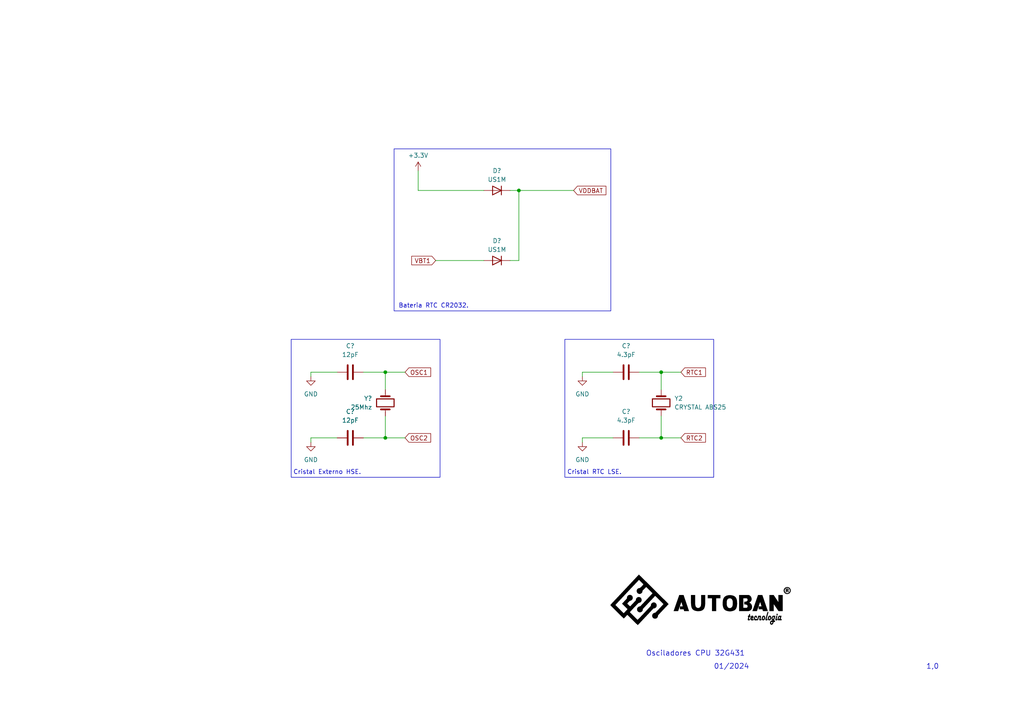
<source format=kicad_sch>
(kicad_sch
	(version 20231120)
	(generator "eeschema")
	(generator_version "8.0")
	(uuid "72b389e7-98e7-4fdb-995e-af4c6ce73fc8")
	(paper "A4")
	(lib_symbols
		(symbol "Autoban:CRYSTAL ABS25"
			(pin_numbers hide)
			(pin_names
				(offset 1.016) hide)
			(exclude_from_sim no)
			(in_bom yes)
			(on_board yes)
			(property "Reference" "Y"
				(at 0 3.81 0)
				(effects
					(font
						(size 1.27 1.27)
					)
				)
			)
			(property "Value" "CRYSTAL ABS25"
				(at 0 -3.81 0)
				(effects
					(font
						(size 1.27 1.27)
					)
				)
			)
			(property "Footprint" "Autoban:Crystal_SMD_Abracon_ABS25 Vertical"
				(at 0 0 0)
				(effects
					(font
						(size 1.27 1.27)
					)
					(hide yes)
				)
			)
			(property "Datasheet" "~"
				(at 0 0 0)
				(effects
					(font
						(size 1.27 1.27)
					)
					(hide yes)
				)
			)
			(property "Description" "Two pin crystal"
				(at 0 0 0)
				(effects
					(font
						(size 1.27 1.27)
					)
					(hide yes)
				)
			)
			(property "ki_keywords" "quartz ceramic resonator oscillator"
				(at 0 0 0)
				(effects
					(font
						(size 1.27 1.27)
					)
					(hide yes)
				)
			)
			(property "ki_fp_filters" "Crystal*"
				(at 0 0 0)
				(effects
					(font
						(size 1.27 1.27)
					)
					(hide yes)
				)
			)
			(symbol "CRYSTAL ABS25_0_1"
				(rectangle
					(start -1.143 2.54)
					(end 1.143 -2.54)
					(stroke
						(width 0.3048)
						(type default)
					)
					(fill
						(type none)
					)
				)
				(polyline
					(pts
						(xy -2.54 0) (xy -1.905 0)
					)
					(stroke
						(width 0)
						(type default)
					)
					(fill
						(type none)
					)
				)
				(polyline
					(pts
						(xy -1.905 -1.27) (xy -1.905 1.27)
					)
					(stroke
						(width 0.508)
						(type default)
					)
					(fill
						(type none)
					)
				)
				(polyline
					(pts
						(xy 1.905 -1.27) (xy 1.905 1.27)
					)
					(stroke
						(width 0.508)
						(type default)
					)
					(fill
						(type none)
					)
				)
				(polyline
					(pts
						(xy 2.54 0) (xy 1.905 0)
					)
					(stroke
						(width 0)
						(type default)
					)
					(fill
						(type none)
					)
				)
			)
			(symbol "CRYSTAL ABS25_1_1"
				(pin passive line
					(at -3.81 0 0)
					(length 1.27)
					(name "1"
						(effects
							(font
								(size 1.27 1.27)
							)
						)
					)
					(number "1"
						(effects
							(font
								(size 1.27 1.27)
							)
						)
					)
				)
				(pin passive line
					(at 3.81 0 180)
					(length 1.27)
					(name "2"
						(effects
							(font
								(size 1.27 1.27)
							)
						)
					)
					(number "2"
						(effects
							(font
								(size 1.27 1.27)
							)
						)
					)
				)
			)
		)
		(symbol "Device:Crystal"
			(pin_numbers hide)
			(pin_names
				(offset 1.016) hide)
			(exclude_from_sim no)
			(in_bom yes)
			(on_board yes)
			(property "Reference" "Y"
				(at 0 3.81 0)
				(effects
					(font
						(size 1.27 1.27)
					)
				)
			)
			(property "Value" "Crystal"
				(at 0 -3.81 0)
				(effects
					(font
						(size 1.27 1.27)
					)
				)
			)
			(property "Footprint" ""
				(at 0 0 0)
				(effects
					(font
						(size 1.27 1.27)
					)
					(hide yes)
				)
			)
			(property "Datasheet" "~"
				(at 0 0 0)
				(effects
					(font
						(size 1.27 1.27)
					)
					(hide yes)
				)
			)
			(property "Description" "Two pin crystal"
				(at 0 0 0)
				(effects
					(font
						(size 1.27 1.27)
					)
					(hide yes)
				)
			)
			(property "ki_keywords" "quartz ceramic resonator oscillator"
				(at 0 0 0)
				(effects
					(font
						(size 1.27 1.27)
					)
					(hide yes)
				)
			)
			(property "ki_fp_filters" "Crystal*"
				(at 0 0 0)
				(effects
					(font
						(size 1.27 1.27)
					)
					(hide yes)
				)
			)
			(symbol "Crystal_0_1"
				(rectangle
					(start -1.143 2.54)
					(end 1.143 -2.54)
					(stroke
						(width 0.3048)
						(type default)
					)
					(fill
						(type none)
					)
				)
				(polyline
					(pts
						(xy -2.54 0) (xy -1.905 0)
					)
					(stroke
						(width 0)
						(type default)
					)
					(fill
						(type none)
					)
				)
				(polyline
					(pts
						(xy -1.905 -1.27) (xy -1.905 1.27)
					)
					(stroke
						(width 0.508)
						(type default)
					)
					(fill
						(type none)
					)
				)
				(polyline
					(pts
						(xy 1.905 -1.27) (xy 1.905 1.27)
					)
					(stroke
						(width 0.508)
						(type default)
					)
					(fill
						(type none)
					)
				)
				(polyline
					(pts
						(xy 2.54 0) (xy 1.905 0)
					)
					(stroke
						(width 0)
						(type default)
					)
					(fill
						(type none)
					)
				)
			)
			(symbol "Crystal_1_1"
				(pin passive line
					(at -3.81 0 0)
					(length 1.27)
					(name "1"
						(effects
							(font
								(size 1.27 1.27)
							)
						)
					)
					(number "1"
						(effects
							(font
								(size 1.27 1.27)
							)
						)
					)
				)
				(pin passive line
					(at 3.81 0 180)
					(length 1.27)
					(name "2"
						(effects
							(font
								(size 1.27 1.27)
							)
						)
					)
					(number "2"
						(effects
							(font
								(size 1.27 1.27)
							)
						)
					)
				)
			)
		)
		(symbol "Diode:US1M"
			(pin_numbers hide)
			(pin_names hide)
			(exclude_from_sim no)
			(in_bom yes)
			(on_board yes)
			(property "Reference" "D"
				(at 0 2.54 0)
				(effects
					(font
						(size 1.27 1.27)
					)
				)
			)
			(property "Value" "US1M"
				(at 0 -2.54 0)
				(effects
					(font
						(size 1.27 1.27)
					)
				)
			)
			(property "Footprint" "Diode_SMD:D_SMA"
				(at 0 -4.445 0)
				(effects
					(font
						(size 1.27 1.27)
					)
					(hide yes)
				)
			)
			(property "Datasheet" "https://www.diodes.com/assets/Datasheets/ds16008.pdf"
				(at 0 0 0)
				(effects
					(font
						(size 1.27 1.27)
					)
					(hide yes)
				)
			)
			(property "Description" "1000V, 1A, General Purpose Rectifier Diode, SMA(DO-214AC)"
				(at 0 0 0)
				(effects
					(font
						(size 1.27 1.27)
					)
					(hide yes)
				)
			)
			(property "Sim.Device" "D"
				(at 0 0 0)
				(effects
					(font
						(size 1.27 1.27)
					)
					(hide yes)
				)
			)
			(property "Sim.Pins" "1=K 2=A"
				(at 0 0 0)
				(effects
					(font
						(size 1.27 1.27)
					)
					(hide yes)
				)
			)
			(property "ki_keywords" "Ultra Fast"
				(at 0 0 0)
				(effects
					(font
						(size 1.27 1.27)
					)
					(hide yes)
				)
			)
			(property "ki_fp_filters" "D*SMA*"
				(at 0 0 0)
				(effects
					(font
						(size 1.27 1.27)
					)
					(hide yes)
				)
			)
			(symbol "US1M_0_1"
				(polyline
					(pts
						(xy -1.27 1.27) (xy -1.27 -1.27)
					)
					(stroke
						(width 0.254)
						(type default)
					)
					(fill
						(type none)
					)
				)
				(polyline
					(pts
						(xy 1.27 0) (xy -1.27 0)
					)
					(stroke
						(width 0)
						(type default)
					)
					(fill
						(type none)
					)
				)
				(polyline
					(pts
						(xy 1.27 1.27) (xy 1.27 -1.27) (xy -1.27 0) (xy 1.27 1.27)
					)
					(stroke
						(width 0.254)
						(type default)
					)
					(fill
						(type none)
					)
				)
			)
			(symbol "US1M_1_1"
				(pin passive line
					(at -3.81 0 0)
					(length 2.54)
					(name "K"
						(effects
							(font
								(size 1.27 1.27)
							)
						)
					)
					(number "1"
						(effects
							(font
								(size 1.27 1.27)
							)
						)
					)
				)
				(pin passive line
					(at 3.81 0 180)
					(length 2.54)
					(name "A"
						(effects
							(font
								(size 1.27 1.27)
							)
						)
					)
					(number "2"
						(effects
							(font
								(size 1.27 1.27)
							)
						)
					)
				)
			)
		)
		(symbol "PCM_Capacitor_AKL:C_0805"
			(pin_numbers hide)
			(pin_names
				(offset 0.254)
			)
			(exclude_from_sim no)
			(in_bom yes)
			(on_board yes)
			(property "Reference" "C"
				(at 0.635 2.54 0)
				(effects
					(font
						(size 1.27 1.27)
					)
					(justify left)
				)
			)
			(property "Value" "C_0805"
				(at 0.635 -2.54 0)
				(effects
					(font
						(size 1.27 1.27)
					)
					(justify left)
				)
			)
			(property "Footprint" "Capacitor_SMD_AKL:C_0805_2012Metric"
				(at 0.9652 -3.81 0)
				(effects
					(font
						(size 1.27 1.27)
					)
					(hide yes)
				)
			)
			(property "Datasheet" "~"
				(at 0 0 0)
				(effects
					(font
						(size 1.27 1.27)
					)
					(hide yes)
				)
			)
			(property "Description" "SMD 0805 MLCC capacitor, Alternate KiCad Library"
				(at 0 0 0)
				(effects
					(font
						(size 1.27 1.27)
					)
					(hide yes)
				)
			)
			(property "ki_keywords" "cap capacitor ceramic chip mlcc smd 0805"
				(at 0 0 0)
				(effects
					(font
						(size 1.27 1.27)
					)
					(hide yes)
				)
			)
			(property "ki_fp_filters" "C_*"
				(at 0 0 0)
				(effects
					(font
						(size 1.27 1.27)
					)
					(hide yes)
				)
			)
			(symbol "C_0805_0_1"
				(polyline
					(pts
						(xy -2.032 -0.762) (xy 2.032 -0.762)
					)
					(stroke
						(width 0.508)
						(type default)
					)
					(fill
						(type none)
					)
				)
				(polyline
					(pts
						(xy -2.032 0.762) (xy 2.032 0.762)
					)
					(stroke
						(width 0.508)
						(type default)
					)
					(fill
						(type none)
					)
				)
			)
			(symbol "C_0805_1_1"
				(pin passive line
					(at 0 3.81 270)
					(length 2.794)
					(name "~"
						(effects
							(font
								(size 1.27 1.27)
							)
						)
					)
					(number "1"
						(effects
							(font
								(size 1.27 1.27)
							)
						)
					)
				)
				(pin passive line
					(at 0 -3.81 90)
					(length 2.794)
					(name "~"
						(effects
							(font
								(size 1.27 1.27)
							)
						)
					)
					(number "2"
						(effects
							(font
								(size 1.27 1.27)
							)
						)
					)
				)
			)
		)
		(symbol "power:+3.3V"
			(power)
			(pin_names
				(offset 0)
			)
			(exclude_from_sim no)
			(in_bom yes)
			(on_board yes)
			(property "Reference" "#PWR"
				(at 0 -3.81 0)
				(effects
					(font
						(size 1.27 1.27)
					)
					(hide yes)
				)
			)
			(property "Value" "+3.3V"
				(at 0 3.556 0)
				(effects
					(font
						(size 1.27 1.27)
					)
				)
			)
			(property "Footprint" ""
				(at 0 0 0)
				(effects
					(font
						(size 1.27 1.27)
					)
					(hide yes)
				)
			)
			(property "Datasheet" ""
				(at 0 0 0)
				(effects
					(font
						(size 1.27 1.27)
					)
					(hide yes)
				)
			)
			(property "Description" "Power symbol creates a global label with name \"+3.3V\""
				(at 0 0 0)
				(effects
					(font
						(size 1.27 1.27)
					)
					(hide yes)
				)
			)
			(property "ki_keywords" "global power"
				(at 0 0 0)
				(effects
					(font
						(size 1.27 1.27)
					)
					(hide yes)
				)
			)
			(symbol "+3.3V_0_1"
				(polyline
					(pts
						(xy -0.762 1.27) (xy 0 2.54)
					)
					(stroke
						(width 0)
						(type default)
					)
					(fill
						(type none)
					)
				)
				(polyline
					(pts
						(xy 0 0) (xy 0 2.54)
					)
					(stroke
						(width 0)
						(type default)
					)
					(fill
						(type none)
					)
				)
				(polyline
					(pts
						(xy 0 2.54) (xy 0.762 1.27)
					)
					(stroke
						(width 0)
						(type default)
					)
					(fill
						(type none)
					)
				)
			)
			(symbol "+3.3V_1_1"
				(pin power_in line
					(at 0 0 90)
					(length 0) hide
					(name "+3.3V"
						(effects
							(font
								(size 1.27 1.27)
							)
						)
					)
					(number "1"
						(effects
							(font
								(size 1.27 1.27)
							)
						)
					)
				)
			)
		)
		(symbol "power:GND"
			(power)
			(pin_names
				(offset 0)
			)
			(exclude_from_sim no)
			(in_bom yes)
			(on_board yes)
			(property "Reference" "#PWR"
				(at 0 -6.35 0)
				(effects
					(font
						(size 1.27 1.27)
					)
					(hide yes)
				)
			)
			(property "Value" "GND"
				(at 0 -3.81 0)
				(effects
					(font
						(size 1.27 1.27)
					)
				)
			)
			(property "Footprint" ""
				(at 0 0 0)
				(effects
					(font
						(size 1.27 1.27)
					)
					(hide yes)
				)
			)
			(property "Datasheet" ""
				(at 0 0 0)
				(effects
					(font
						(size 1.27 1.27)
					)
					(hide yes)
				)
			)
			(property "Description" "Power symbol creates a global label with name \"GND\" , ground"
				(at 0 0 0)
				(effects
					(font
						(size 1.27 1.27)
					)
					(hide yes)
				)
			)
			(property "ki_keywords" "global power"
				(at 0 0 0)
				(effects
					(font
						(size 1.27 1.27)
					)
					(hide yes)
				)
			)
			(symbol "GND_0_1"
				(polyline
					(pts
						(xy 0 0) (xy 0 -1.27) (xy 1.27 -1.27) (xy 0 -2.54) (xy -1.27 -1.27) (xy 0 -1.27)
					)
					(stroke
						(width 0)
						(type default)
					)
					(fill
						(type none)
					)
				)
			)
			(symbol "GND_1_1"
				(pin power_in line
					(at 0 0 270)
					(length 0) hide
					(name "GND"
						(effects
							(font
								(size 1.27 1.27)
							)
						)
					)
					(number "1"
						(effects
							(font
								(size 1.27 1.27)
							)
						)
					)
				)
			)
		)
	)
	(junction
		(at 111.76 127)
		(diameter 0)
		(color 0 0 0 0)
		(uuid "4f55d051-d23b-475d-aeb1-c3c6c92410db")
	)
	(junction
		(at 150.495 55.245)
		(diameter 0)
		(color 0 0 0 0)
		(uuid "66fab94d-43c7-4d91-b550-6b469cb79c4b")
	)
	(junction
		(at 191.77 107.95)
		(diameter 0)
		(color 0 0 0 0)
		(uuid "76e1f57f-4f9b-4d38-878e-bf397d4c6bb8")
	)
	(junction
		(at 191.77 127)
		(diameter 0)
		(color 0 0 0 0)
		(uuid "bffc2847-5b29-4085-bea3-8886930fb05a")
	)
	(junction
		(at 111.76 107.95)
		(diameter 0)
		(color 0 0 0 0)
		(uuid "c81643bb-df66-4705-8ae7-33c6b2c5ea1b")
	)
	(wire
		(pts
			(xy 111.76 127) (xy 105.41 127)
		)
		(stroke
			(width 0)
			(type default)
		)
		(uuid "004e6aea-9929-4c15-9fc9-8bd623a4d045")
	)
	(wire
		(pts
			(xy 197.485 127) (xy 191.77 127)
		)
		(stroke
			(width 0)
			(type default)
		)
		(uuid "053a0ddb-4319-4175-8d13-6886d8d2896f")
	)
	(wire
		(pts
			(xy 168.91 107.95) (xy 168.91 109.22)
		)
		(stroke
			(width 0)
			(type default)
		)
		(uuid "0aee8ae4-9b3d-4f15-95f0-b814dc2169f2")
	)
	(wire
		(pts
			(xy 111.76 107.95) (xy 105.41 107.95)
		)
		(stroke
			(width 0)
			(type default)
		)
		(uuid "1bf52c62-adb6-4f60-8fec-7c47be8cb49a")
	)
	(wire
		(pts
			(xy 147.955 75.565) (xy 150.495 75.565)
		)
		(stroke
			(width 0)
			(type default)
		)
		(uuid "1e5f6210-797d-4222-a677-56a6fccdad93")
	)
	(wire
		(pts
			(xy 191.77 113.03) (xy 191.77 107.95)
		)
		(stroke
			(width 0)
			(type default)
		)
		(uuid "21d04ed6-d55a-43c3-9db0-6bd8c888d892")
	)
	(wire
		(pts
			(xy 191.77 127) (xy 185.42 127)
		)
		(stroke
			(width 0)
			(type default)
		)
		(uuid "3b5afc84-6e75-4a5b-8d8e-92184ec21ae5")
	)
	(wire
		(pts
			(xy 117.475 107.95) (xy 111.76 107.95)
		)
		(stroke
			(width 0)
			(type default)
		)
		(uuid "418f7a48-e6bb-4b63-91b9-75740948be2d")
	)
	(wire
		(pts
			(xy 121.285 55.245) (xy 140.335 55.245)
		)
		(stroke
			(width 0)
			(type default)
		)
		(uuid "44f7eb17-326e-4b87-97f4-45f50978aa00")
	)
	(wire
		(pts
			(xy 191.77 107.95) (xy 185.42 107.95)
		)
		(stroke
			(width 0)
			(type default)
		)
		(uuid "4a30b60a-dbab-4e4a-9280-80b3dba6af6c")
	)
	(wire
		(pts
			(xy 97.79 127) (xy 90.17 127)
		)
		(stroke
			(width 0)
			(type default)
		)
		(uuid "504dc2f3-e5ff-4e83-bacd-774295b59279")
	)
	(wire
		(pts
			(xy 197.485 107.95) (xy 191.77 107.95)
		)
		(stroke
			(width 0)
			(type default)
		)
		(uuid "53544086-6db1-4661-8632-48795ce297b3")
	)
	(wire
		(pts
			(xy 111.76 120.65) (xy 111.76 127)
		)
		(stroke
			(width 0)
			(type default)
		)
		(uuid "75923918-98f3-4fc6-9964-f16c24740391")
	)
	(wire
		(pts
			(xy 90.17 107.95) (xy 90.17 109.22)
		)
		(stroke
			(width 0)
			(type default)
		)
		(uuid "87af8f55-3a2a-4a11-8d99-45909a67864c")
	)
	(wire
		(pts
			(xy 191.77 120.65) (xy 191.77 127)
		)
		(stroke
			(width 0)
			(type default)
		)
		(uuid "9bdf58cf-febe-4f4f-81fd-c4af3472c0b5")
	)
	(wire
		(pts
			(xy 150.495 75.565) (xy 150.495 55.245)
		)
		(stroke
			(width 0)
			(type default)
		)
		(uuid "bb0ebe45-bdbb-4d38-8731-5ebf93336764")
	)
	(wire
		(pts
			(xy 177.8 127) (xy 168.91 127)
		)
		(stroke
			(width 0)
			(type default)
		)
		(uuid "bcef580f-df8e-4322-b18c-c0779b71d7b9")
	)
	(wire
		(pts
			(xy 97.79 107.95) (xy 90.17 107.95)
		)
		(stroke
			(width 0)
			(type default)
		)
		(uuid "c1b19293-1b8d-4003-b5ce-cea602361b0a")
	)
	(wire
		(pts
			(xy 111.76 113.03) (xy 111.76 107.95)
		)
		(stroke
			(width 0)
			(type default)
		)
		(uuid "c4feb6f9-b33d-427e-825a-aad428f6c945")
	)
	(wire
		(pts
			(xy 121.285 49.53) (xy 121.285 55.245)
		)
		(stroke
			(width 0)
			(type default)
		)
		(uuid "cc661705-0ca7-4c2a-98c9-092e97296ad5")
	)
	(wire
		(pts
			(xy 168.91 127) (xy 168.91 128.27)
		)
		(stroke
			(width 0)
			(type default)
		)
		(uuid "d3e539e6-9eb2-4c98-a6bc-6ede6ea0b4f6")
	)
	(wire
		(pts
			(xy 150.495 55.245) (xy 166.37 55.245)
		)
		(stroke
			(width 0)
			(type default)
		)
		(uuid "d4bd91a9-7c45-4eca-929e-163136d8d011")
	)
	(wire
		(pts
			(xy 117.475 127) (xy 111.76 127)
		)
		(stroke
			(width 0)
			(type default)
		)
		(uuid "d55c1105-5952-48da-bfa7-eaef560b2e73")
	)
	(wire
		(pts
			(xy 147.955 55.245) (xy 150.495 55.245)
		)
		(stroke
			(width 0)
			(type default)
		)
		(uuid "d86696a0-7706-4e67-8d1e-38776bc1f71e")
	)
	(wire
		(pts
			(xy 126.365 75.565) (xy 140.335 75.565)
		)
		(stroke
			(width 0)
			(type default)
		)
		(uuid "ea2e532d-a70f-4684-b79c-d1d9d8d2442a")
	)
	(wire
		(pts
			(xy 90.17 127) (xy 90.17 128.27)
		)
		(stroke
			(width 0)
			(type default)
		)
		(uuid "fd568f47-8cd3-4308-8d04-c3ce10cb8b14")
	)
	(wire
		(pts
			(xy 177.8 107.95) (xy 168.91 107.95)
		)
		(stroke
			(width 0)
			(type default)
		)
		(uuid "fec62a5f-9963-479c-86e4-7d41aeb6edf4")
	)
	(rectangle
		(start 84.455 98.425)
		(end 127.635 138.43)
		(stroke
			(width 0)
			(type default)
		)
		(fill
			(type none)
		)
		(uuid 059afa9d-e5ec-4a06-9063-15183dcc0646)
	)
	(rectangle
		(start 114.3 43.18)
		(end 177.165 90.17)
		(stroke
			(width 0)
			(type default)
		)
		(fill
			(type none)
		)
		(uuid 929938e4-cfbb-498a-9e10-7ccfdfcdad25)
	)
	(rectangle
		(start 163.83 98.425)
		(end 207.01 138.43)
		(stroke
			(width 0)
			(type default)
		)
		(fill
			(type none)
		)
		(uuid a293beee-0c94-4206-8cb0-d06a340a276f)
	)
	(image
		(at 203.2 173.99)
		(scale 0.142004)
		(uuid "ae042d9c-a901-4f32-a3c6-e7957866cd5c")
		(data "iVBORw0KGgoAAAANSUhEUgAABWAAAAGGCAMAAADCe9hjAAAAA3NCSVQICAjb4U/gAAAABlBMVEX/"
			"//8AAABVwtN+AAAACXBIWXMAAA50AAAOdAFrJLPWAAAgAElEQVR4nO2d25bkRq5DXf//07PaM2NX"
			"6hIBkmBISu39Vp0KAGQq4Ha755y//gIAAAAAAAAAAAAASPDz83N1BACA7+SHhgUAaOHnh4YFAOjg"
			"54eGBQDo4OeHhgUA6ODnh4YFAOjg54eGBQDo4OeHhgUA6GDbrzQsAICHfb/SsAAADo76lYYFAKhz"
			"3K80LABAlbN+pWEBAGqc9ysNCwBQYlSwNCwAQJ5hv9KwAABpJv1KwwIAJJn2Kw0LAJBC6FcaFgAg"
			"gdSvNCwAQBixX2lYAIAgcr/SsAAAIQL9SsMCAAQI9SsNCwAgE+xXGhYAQCTcrzQsAIBEol9pWAAA"
			"gVS/0rAAAHOSBUvDAgBMyPYrDQsAMCbfrzQsAMCISr/SsAAA59T6lYYFADij2q80LADAMfV+pWEB"
			"AI5w9CsNCwCwx9OvNCwAwBZXv9KwAACf+PqVhgUA+I2zX2lYAIB/UYuThgUAiKHXJg0LABAhUpo0"
			"LACATqwyaVgAAJVoYdKwAAAi4bqkYQEAJBJlScMCAAikqpKGBQCYkixKGhYAYEK6JmlYAIAhhZZU"
			"G5aKBYBXUqpIChYA4JRiQ6oNS8UCwOso1yMNCwBwiKEcaVgAgAMs1UjDAgDsMBUjDQsAsMFWizQs"
			"AMAHxlKkYQEAfmGtRBoWAOAfzIVIwwIA/A97HdKwAAD/xV+GNCwAwB86qpCGBQDo6VcaFgCgq19p"
			"WACAvhKkYQHg3XRWIA0LAG+mtwBpWAB4L931R8MCwFvpbz8aFgDeyYruo2EB4I2saT4aFgDex6re"
			"o2EB4G3crl9pWAD4Em7YrzQsAHwFt+xXGhYAvoCb9isNCwDPZ1XbhQuWhgWAh3PffqVhAeDZ3Llf"
			"aVgAeDL37lcaFgCey937lYYFgKeyrOPyBUvDAsAjeUK/0rAA8ESe0a80LAA8j6f0Kw0LAE/jOf1K"
			"wwLAs3hSv9KwAPAkntWvNCwAPIen9SsNCwBPYVmp2fqVhgWAZ/DEfqVhAeAJPLNfaVgAeACL6kzv"
			"TRoWAEY8qAZu16/8/5oFgFOe1QSLqizWmbGnAeAlPK0KFhVZtDGjzwPAC3haFyyqsXhfxk8AwHfz"
			"uDJYVGKZtsycAYCv5XllsKjCcl2ZOwUAX8nzymBJgak9uTfKngOAr+Ps0t+3DJrrS+3Hc6P8SQD4"
			"KkYX/p5l0FpeajeOjSpnAeBr0JtidbIzWqtLbcaZUe00AHwFkaZYm+yMzuJSa1Ewqp4HgOcjXPR7"
			"lUFnbcmtqhjVFQDg2Xxc87Obf6cu6CwttRJFI4cGADyXj1t+fvXv0wWdlaUWomzkUQGAh/Jxx8/v"
			"/m2qoLOx1DoM+Lh0AOCBfN7wwd2/SRV09pVahiEfnxIAPI3P+z26+vdogsa2Uqsw6OPUAoBH8Xm9"
			"R1f/Fk3Q2VVqE0Z9vGoA8Bg2t/vjp5PPriyCzqZSezDu49YDgGewudufPw4/vILWnlJrMOHjVwSA"
			"B7C52p8/Dj+8gNaWUksw5dOhCQA3Z3uzP388+fCqGujtKLUDcz49qgBwZ7b3+vPn8aeraW4otQKT"
			"Pl26AHBbttf64+fdnb+0BJr7SS3AtE+fMgDck+2tHl/5Kzugu53U/sv7dGoDwA3ZXurxhb+wAtq7"
			"Sa2/gk+vOgDcje2dHt/26xqgv5nU9qsYNcsDwL3YXunxXb+sABb0klp+JaN2AwC4EdsbPb7rV93/"
			"Fa2kdl/Nqd8BAG7D9kKPL/tF139JJ6nVV7RaYAEAN2F7n3/9fHDXr7n9axpJbb6q1woPALgF2/v8"
			"+8fdXb/m8i8qJLX4ylZrXADgBmyu88eP26t+zdVfVEdq79W9FtkAwOVsbvPHj9urfsnNX1VGau0Z"
			"zFb5AMDFbG7zx0/bm37FxV9XRWrtLfzdsmEqALiQzWXWf1ocr7+I1NZb+dvluhMAXMmoRD8v+gW3"
			"fmUNqaVn8VtoBQDXMSrRj88uuPRrS2hp6S01A4CrOGzRzWfbxxYnW1NBaztvrRsAXIN4ldff+OUF"
			"tNaQhgV4A9JVfkG/fvfvmAHgEpSr/IZ+1TwX29GwAA9nepcvuOzXVM9iRxoW4AVM7vJr+nVuu9qP"
			"hgV4PqPLfMVFv6x2VjvSsAAv4Ow6X3PNLyyd1Y40LMALuNMlv7Zy1jpqsy5cPgA0cJ8rfnXjrDQU"
			"Z125fgBo4Db3+/q+WeYX6FcaFuDZ3ONy36JtFtmFCpaGBXg2N7jad+maFW6xfqVhAZ7O1df6Zk2z"
			"/E8ibjI3AHRx4Y1+U8/E+/VbJgeAK3hTy2T69VtmB4D1vKljcv36LdMDwGre1DDZfv2W+QFgLW/q"
			"l3y/fssGAGAlb2qXSr9+yw4AYB2ubnlCDdX69dajAcANsTTLQ4qo2q/3HKwttVU2riV+JWmSW+nh"
			"ZmP1uDhU18zvQ/rO1P+3jDee8w/arI/6+v7QFtoqG9cSv5E0ya2ch3PrXTOZFucy1QXDO5G+r3Hm"
			"Zwz6l+sdvnqKPW2ZrbJxLfELSZPcSs//caabzKan6ZE1aGSCtSEschb5KaPaXuGr59jSl9mqGteS"
			"vo0CDRvJS99guFiaq2SbJ/ciDDyL/G2zFtdxAX2RrapxLenLKOBeR0n++vGCaa6SbZ3bjDDvLPHX"
			"DVtdyHr6EltV41rSd1HAuouqgXu4oH0iTJNuWSORqwtpj5V+vdG02qwiVw/zm8bEVtG4ljZZHuMm"
			"6h7GueLmqTAX6fZNbUcat9avtxlXnFV77DZT/aExsFU0rqVNlse2B4eLaaaUdy5Ll3BVIzNxC/U1"
			"Ova1Bn1W7cl7TPU3jXmtonEtbbI8pi14fAzzZK2zWbqEixq5mf0YhjWsaw2BWbVH7zHWHzrzWjXj"
			"WupoWTxLMDk5bHLO6SzXCPeM7GfFqHcZOJbzMWP9jZiWgs3FX2ZlMko4p6O0Kdc0EhM34FihY10r"
			"CMYUx7p+rr/pTGvVjGupo2UxbMBn5nMKGheitCmXNOIDN+BYoLqtqycOh3zIXH8jfwkdv5VxipVm"
			"y1FfgNHNaRXxrUS5RLlhYD+W/Tm2tYBMxkcM9jfyl0DBhuMvtTObyb6VJFHl1xSsZX3ysq6dOBfx"
			"CZNFguayWiXjWvpsOYrTe/3sbqJvKUlQ2fK22kP58SxPX1b4f9GSHy2b0nZuMYEvoeHfFZ1ixeEy"
			"1IY3GzbYKba1JEFli7Q9lB3T7hzLGinWhoyFtJ5cSeBLoGBD8Vc7tvjNbWtBQsIx7bxGNJQb1+oc"
			"yxrLVSettaRxtj7EkMmkVsW4VmS4DKXZ3ZY9fjPXapCQsud1dWdy41qcY1dTtSWznrnYhutDjJhN"
			"ahWMa8Wmi1MZ3e7ZZTg0LQcJKXu03ZnM2PZmWJUi1j9r+Z2vRCwiJswGtQrGtWLTxSlM7vdscxy6"
			"VnMEhMPiWY1gJi++tRlWJWl1z2q4ZvmIRcR86ZxWwbhWcLww+cEbTBstGws2+E45tM2RvBi3Vt+U"
			"KHXlrJ752hDjpXNa9eJa0fGi5AdvcO20fGjBJv/bSCySFefSyouSlVqH9UyZjFhFTJeOadWLa0XH"
			"i5Keu8O11VP/pvqUE+o5jVAiK9aVlRelCzUO6xozFbGKmC2f0qoX1wrPF8S2V4ftFZ6OGLJyRj2l"
			"EUpkxbqx6p4COpfOahixCzFaPqVVLq4Vny+Gb68G2ys8HTFkZZe6N5ET78KKawrJXDprfcYuxGT5"
			"kFY5//7M06qye4/QieS/+dbitswek07JZzQigZyY11VcU1OqDtX6kD2IuQoZrXL+9ZmnVWWP9eVT"
			"7oLVvN2zh5WT8gmNSCAj5m0VtxSUecSswZBlxFiFjFY1//a8w8qyp+LawZNgpWFyloUJwspp/bhG"
			"JJAP87JqO4rrXDnrXRtW3V0+olXNvzzvsKrqSFo621CwrtYR82eks/pdo5oxr6q4o7jOhbNGcoZE"
			"i8i7ywdcucNYMn88WXUoLBw+EagNU4iciJ+RTus3jerFvKnahjJC9ll7/oZ0TLSGvLt8wpViIa2G"
			"eKroTFc431Cwnl1I2XPSBYOoRiCPC/OiagvKCbnDyXrBqFHdPIHlZfOtFAtpNcRTRctVdyLR7Gqa"
			"Pa+dN4hq6HFcmNdU209SyRxOHjacNa6cI7C7dLyVYiGthniq6FR1KnAs0mzrmb2gXTAIauhxTJi3"
			"VFtPVsobTh42ETaj3RinEs86qn9t1niipiA6lThUqfoadqEEz2qXHGIaehwP5iWVlpPXsoaTh02l"
			"zal3pamks07q35o1nqipiE41vqxg+8rjSN+XxoN5RcY/IPAXrFOrEDer35GlFM46qH9p1nhGzZnG"
			"oU7VeFHutHjJIaQhp7Fg3pC1X90Fa5Sq5c072KOUwlnn9O/MGk+TtP2D3j5MPbaQuqBes4hoyGkc"
			"XLwho9r6WQuBKx7WILVs1jH9K7PGc0rOVI6Eqs713ELqinzJIqKhhnFg3o+5Xy8pWHnWUuKaiy9H"
			"LZt1Sv/GrPGskjMZCjbvYAtjwLyeK/t1HtI8azFz1ccUoxbNOqR/YdZ41pCzZAdS1WHKwYXMFfmq"
			"h66hhqlj3o67X72/gTXPWg5ddzKEKCazzujflzWeN+Qs2uKC9UQuGtQ8dA0xSx3vbqLbMQt6tORZ"
			"DakdXtUMxWTWEf3rssbzKs6EKNi0hStLGe9q3P9CbxY0z2rJ7XErRSgGs07o35Y1njfjLJq9YMu5"
			"54mrDlUTVUPMUsa6Gf/fWbX+htg8qym5yy8doJrLOqB/WdZ45oyzbF9WsC13/tjCFKWMcy+y3EV/"
			"oGuOZsvuc8z5V3NZ5/PvyhrPnHGWzVuwhtjTwAYPy2+TTVGqONciy1n/HUoXdmfzpXd6Juyrsazj"
			"+VdljWfOOMt2t4Kd5q3Ec7nkNtuCcyuyXF+/DpXd2Zz5va5B83Iq63T+TVnjCYrObM6CdaxhmreQ"
			"z+aS22wHxp3oci/q12sbNrq9dCrrcP5FWeMJiq3h8sM4tjBzn7PERtKQktTQ0xrlGvu18I/vcDb3"
			"DH5nCrYjnqBoDbdVyw4T9Umq3MTGNnAJOatT7mX9emHDhteXzmQdzb8mazxB0RrOUrBTk0V/OKoa"
			"OUwsQUrIUW+tp2mXBQrU0/f61jNZJ/NvyRpPULSGKxfs1CCQWdOqOzlcLEEqqEHvradplwVK1PO3"
			"2tYjWQfzL8kazx1xFi5ZsFPZVOSgatrKYuMIUkCNeW89TbssUKQ+QaOpIZF1Lv+OrPHcEWfhVhSs"
			"L6zJzeHiyFFATHlzPU27LFCmPkOfpyGRdSz/iqzx3BFn4RYUrC+ry85jVM+Rx53BPZJzXe5ZM9Sn"
			"aHC0/bcP61T+DVnjuSPOwvUXrDGr9E55jOroc8dxR3BP5NyWe9Yc9Tn8hspDFi9n8IZVuAWt4boL"
			"1prV9Q9tOX2FyORB3AncA1l3ZQmXmSI3U1Y/4Wf76zvWmfz7scZzR5yFay5Ya1Ttr0d9f8G6A9jn"
			"cW7KES4/SWKonHrCTX6qbOZM3rALt6A1XG/BeqNSsJH0Zj1/QEnYoFEbJj5WSjxhpj3mMHMmb9iF"
			"W9Aa7lG/gxWdDU4GIqN71xSzt0/jXFFdpz5PeLCMdsIr8FjRzJm8YRduQWu49v/I5UtKwQayX6Zn"
			"raGykmOg8GgZ6bhT6LmamzN6wzLcgtZw9/lbBKqUwTGQPo86dwy3uX0Yp2BZyjNSeLj6dy97WLJY"
			"x/GvxhrPHXEWrr9g1cCqjsEwlD6L/h1FMHvbZ3EKlqVcQ/WMV/QJPlhxc0ZvWIZb0BpuKyc+PZeN"
			"JpZlDH6x9ElCX5OK2do+ilOwLOUbq2fAkkv4yYKdM3t8GRSsgCOo752Kpk8R+ppEzM72SZyCZSnn"
			"YD0jVkzCTxbsnNnjy6BgFeo5fxKP5s3qhL4mDbexexKnXlnKOlnTkHmPSJyynzN7dBXCiG5Ba7hV"
			"BWvovMSjebM6oa9Jwu5rHsWpVpdyTtY2Ztoh9WzW0Bk+ugthRLegNdyygp3EjgisMKsT+poUGmyt"
			"s6zX6lVYMmjWIPVs1tAZProLYUS3oDXcuoKtXofkw0m3OqGvSaDF1jiMM59ByxlnpbamHwtTNXSG"
			"D65CmdAtaA234q9pCblDx4tezyzYJlfbNM58Bi3bXN2z5uTTT6ccnemDu1AmdAtawy0s2OJ/kQg9"
			"PF5SKn2U0Nc0pc3UNI4zn0NLHavjwueVZf300ylHZ/joMjoknXqzcCsL9jx58GzFSluK4FBKEKXR"
			"0zKPM9/CPGqktlmTBtE8RUdj+OAqpAHdgtZwyYKV5bXkwbMVK20pgkMpQZBWS8NAznwWLXUm/+1M"
			"60YMSs8nLH3po8swp/NnnIUrFqzmMY0ePFmxEpeiWOQDBGl2LE/kzOfRUkdSU/XMmnYoPZ+w9KWP"
			"LsOczp9xFs5RsJLP6Hj4YNpJX4pgkQ8QpNuwOJJzISYtdSI1VsusaYfyiainL35wGe50/oyzcK6C"
			"FV+99NHigfhSBIt8gBj9fqWZnPtwaakDqbk6Zs1blE9EPX3xg8twp7NnnGUzFmzhX9ztKatJVY+k"
			"f4wVhhUPZzqTljqOHiykG5HMeJRPRD198YPLcKezZ5xlcxZs+ptOHEs6qadVj6R/kBWOeQ9nNpeW"
			"Oo2ezD9r3iKTqmhqyx9dh5LuSsHw5kreU7dHFWyxYYebirHCMuvhjGaTUoeRk5nz1TwsZ2IKtvyx"
			"ZbjD+UPOsnkLNvmPwumh1CtV+eNi3SRjH2eFZ87DGcwnpc4iRzPnK5nkgtVcbfGD22jS9AnOsi0v"
			"2NzrYToU3YpgkrFPsMI04+GMtVwqIGjOVzLJJavZ2vIH19GkuWxce8Fmfgs7D3lVwZYadrapGCtc"
			"46M5QznnkyeRFRf1a/K9LgezjdWxHls4v+JM6CEFm5pskFU+qbiE3XOssI3O5oxknU4exC4pqhVs"
			"suFqtqb8wW1o4S5UnO7tBgU7z3hdwVYadrapKCt8Y8M5A1lnk8fQNa1iJZtsupqvKX90H02irnHv"
			"WLCuvxCQPKadDdlE3bOsMI5M54xjnUwewp2v/p1nParZXJO1LKhBdNG4B0pV57BjIqN67jRs4KBi"
			"EzPPs8JZH88YxjuYPIKuac1XM8oHrBl74kf3IaleJzmdl4KdHlR8QuYFVlin501GcWplBjBKavmK"
			"Rk0vpGc4j0pUtUHS9s9d+zBhS+GAMEcsbOig27zCCu/svIkgTq1sfJ+klq/qdFXBWhbVs5UGye8p"
			"WCWj8Ewsbeic2bvGCvPswNEYTq10eJ+klq9q1fWHVpb5HBoJ2QZJ24thHyZqqWQUnomljZ3zehdZ"
			"4Z4cOBbCqVWIbpPU8pWt2v6rgGFCg0RKt0PT9WbYh4laKs8rg4TS2jMGvKussM8NHIng1GqWdear"
			"W11YsLMZywJZ4Q5N0389sA8T9ZSeFx6KxQ0ec1rXWeGfm1gP4NQqxXZpavnqXqkhpZTlKavn88od"
			"mnNZQYGCFY8ZrQ2sCJCaWLZ3apVCuzS1fAav1JRSzKpA1b8g3SI601Xm9Rds2FN6XFENxQ0f81k7"
			"WJEgM7Fq7tRq1rXmq5ulphRz1hTq/vlkLaITYWneI4HaMFFT7XFFNZQ3fMrm7GFFhMzImrVTq1nX"
			"ms9glhpTTFpSKLtXkrWIjpWl0/6CDZtqj0uykbzxUy5nEysyJEaWjJ1azbrWfA631Jxi1IKGwb2S"
			"rEd1JC0O7C7YuKn2tKYbyJs4ZXJ2sSREfGbB1qnVrGvN57DLDapmzYpYzCvBelTPtdWBU4ergT8U"
			"xKdV5Zmd7lvZ6sjYx4oU4ZEFU6dWs641n8UuN6maNiVj8i5tpkf1VL02sX46Scysnik1pGMx4W88"
			"xooY4Znnlk6tXllrPo9falQ9bkm56F3J1SR7aFCeOCSQIWZWz5Qa0rGZ3LeusyJHdOapoVMrL+uT"
			"FPN5DFOzBvKWlGvWpVxNsj0Tr3RVn7YZysaO1SS/dp0VQYIzT+2sYklVo6QWz2WYGTaUuCZdcS7F"
			"6tJtmbjbNFawjkyZIR2ryX7tOiuSBIeeuTm1OvfgVzQ4xqZNJK5JF4xrq+nSbZm42TTzJwR3KdiO"
			"3yjVWBElNvSN+7Vh6Ihk3TKWLRW5pl0wLqVqE+6YuNcz9ScE1UyJIR1fSPprD7AiS2ho6wV25usY"
			"OaRZt4yFS4Uuamdti7tpE+6YuNXzJ1iwnkyJIR3LSX/tEZaE8Q3dsMCG+a35fJ6xdLnURfGka3E3"
			"fcoNEzdabmz1p42moqBjO+lvPcSKNL6Z/ftrmN6az2cajJeMXVRPutYy9Sk3TNxoubHVnzaaioKO"
			"byT7pQdZEcfmEVjfdf+xv0PT4BmLlw5elc94FiM1SvsnbnPc2epPO101Qcd6Ul94ggV5bA7u9XVM"
			"3qFpMA3mSyevyicsq8vp1LZP3GS4tw08bvWVBB37yXzdKdoD+fT17UlpOwZvkLS42sI7NGJ0L6dV"
			"3D1xi9+Rby1mLG/4kGNBSnoPzYmM6vLynHINw4YkPa6+9BaRAO3b6VU3j9xhd2hbShnMGz7kWJAU"
			"30NvJKO2vDzj74evmtVra4zvUZEprkbI0yzvHdnvdmxbjBkMHD3j2JAW30NnJqeymlMSbBi5QdLk"
			"axzAJCNSWYuYplvfOrHZ7NS3mjMWOHrGsSIxvwcxUyKUVVeNqSg2DNwg6fJ1TuDSMXmVw7QbOCe2"
			"eg2My0FDgaNnHDsS85vQMsVTeVXVlIJkw7gNki5j6wg2IVvsWpZ+B+PIRquRsSFpKHHwiGNHan4T"
			"WqiL/86SGnKu2TBsg6TN2DqDUcqTuphkhYdtZJfRxNeQNJQ4eMRv2Y8UKpjLLalmfFW/OgvW+mpq"
			"G6lnruZYYuIa2eIzN7ZkDSQOHnF4ygO4kBYRCmYXdP0dDHuuS/+1xGnrnUJbSveqFjlVhtVzlF0k"
			"Z1daPXLshMNSH8CFtIhAMrNcJKLjPzNGct27Xy8r2HwfhLdQyLDMyJGi5CE72+LKkWMnHJ6BCVxI"
			"m5CjWcWcCS/LFZJ0ersncefr3dNCu/is0Qxph5CzMfA1BeudwIa0CjGbUcqr2pCrZ1abuX0Uf8TO"
			"La01DM0aD5CQj1t7M8eTGNytE/jQduEZMDdlWbUhV9esLnP7LE05L/ozlOWGFfeQdtbbnDqcxWHv"
			"HcGGtAshnUkmKVwO5o/U9oW6jVtnWb+esWmfc9caJd2itzt5OI/F3jqCD2kZ03gWkbT02mCNs34v"
			"/13Jty+F9wF2iH1h+Nfw5DtWkW0I1jorfAO8CfALsTEGL0pz5+RlG4I1zwoAX4bYGeel0d05aVl/"
			"ME2RfgWA/yO2xllt9HdOUtYfTFOkXwHgX8TeyP4l5XrppFT9uVaMCvACXnZPxObI/a/sLKUTF/Xn"
			"WjQqwLfzupsidkfq/0yEaZVBTX+udaMCfDUvvCpie2x3kjxWD+mZJ2nePynAF/PGu5KqSvXQ8l36"
			"Q91zToAH8srLkqhK9cjyZfoj3XFKgEfy0tsSrkr1wPJt+gPdb0aAp/LW6xKsSvXx5dv05rnliADP"
			"5bX3JVQkgeJZu09nmDvOB/BoXnxhAlUSqp6VC/VFueV4AA/nzfdF7pJo+SxbqS3IHYcDeD6vvjDh"
			"WrlZCdly3G80gK/g3TcmXCy3qiFXitsNBvAlvP3KxLvlPkXkynCzsQC+h9dfmXi73KWKXAluNRTA"
			"V2G8Mw+9efF+uUkZmfzvNBLAd2G8NI+9e/GGuUUdmdzvMxCAlTu8rL5L8+DbF++YGxSSy/sm4wCY"
			"ucXrars1j75/4ZK5vpJczrcYBsDPLd5X27V59gUM18zVpeTyvcEoAB3c4oX13ZuH38Bw0VxbSzbX"
			"qwcBaOIWb6zv3jz9Ckab5tJisnleOwZAG/d4ZX0pHn8Ho11zYTX5HC8cAqCTe7yzvhTPv4TBsomy"
			"OmjHzL4ZAHq5xTtrDPEFlzDYNv+Mu7idjG7xWQGewS1eWmeIO8xTJNg3/4y7tJ+cXolZAZ7APd5a"
			"a4jrxykTK5x/x13YUFanzKwAD+AWb6357lw9joFQ48T/HyKuCtgybj08wCpu8dbeIsS9yFbOopIy"
			"uySHBbg593htbxHiZmQrZ0lNuU0Cw/KSwEMYvbmDV/n4o39/cXb04LPjuzO6Tz+ffpuPJo8fS96O"
			"ZOMs6Cm7hTpqNTjAMs5f3cHbfPbJP782uAenqoe/PLpRvz/aPDNTetAd1frm5J8miXPtwcqKxdwA"
			"6zh/dQev8+kn//+184sgqGpPf/4DYPvI/sTP6PFbc/AV7cmeyy+hQV6ULMUGWMnpuzt4n08/mV+E"
			"0Yf7X4xIfTwxlToSvC2H2YVRlHPpLXSIi5qF1ABLOX13B+/z+UfTmzD6cP9rManfD8yldnp35jj9"
			"fJL5ufwaOqTFvOnMAIs5e3cHb/TgXZ9dheGnc6Op1e5PN8ZPP+eWnuSfDjI7l99Dj7CYNxcZYDkn"
			"7+7gjR6869OrMPxUkZtYbQtWfPwBnAwwnWN8Lr+IS2VT0gAXcPLuDl7pwcs+uwvap9LTY6tosCdw"
			"MsNsjsGxwipaRPW0KW2ACzh8dQev9Ohln9wF7VPp6ROnby7Y8/JJHivsokEyFPZpXx28mKM3d/BO"
			"D9722WXQPpWe/vh5/On2gQPrhzBZb/BYVCas6JzRIw5wBbu39vM9/vj046PNuZ/DD2e/jTz5Xefw"
			"6c3ZidRfJ4cfd0tH64seywiF9IwjusQBrmD31n6+x4c/7Kv3tMd2qpvfSB4dnjw9NI5+/CB+9iSP"
			"HZEPkRdbrA6wnt1b+/kLv3/6Ofxoc+zg3ODjxNPbe3Z2Vvv4SSSbZnfsGKOWcUSrOsBqdq/t4K3e"
			"PPrx01bn5MeTnos8PVZSfwP7yGt68J0kjp1hU/JNaFYHWM3utR281ptnD374OWnM6wv2dN5HkWya"
			"k+90i0mnMJ9iUZIHWMvutR281ZtHP37a6GxlT23CT589+4qCzf4tiOMv9fhbrqoUplNMivIAS9m9"
			"t+ev9fbR3z9s3//DZ49swk9Pnj0Jcj5BvyIAAAPTSURBVD7vw0gWzfG3evg1FzUKsyk2ZXmAheze"
			"28F7ffTs7tjhjwe19vErkae3H07Onjz93IuazH/yvR59z20K9ah1cYCV7N7cwYs9ess3n20f3R8d"
			"KQ+fnkiHgzyOZP6Tyjr8pjvOO6I6xAEWsnt1By/26DXffLZ9dH/096+Enp48Gw7yPJLxT2vr6Ls2"
			"n/ZkNYkDrGL/7g5e7MF7Pnt0f/T3r4SeHj87kXr1XT1urbNv23fWFNanDbCI/cs7eLEHb/rmo/nR"
			"j1/Yfjp8evzsROrdl3X/3R5iPWmK61UGWMP+/RVu2fyj3ZPDX9jdIuXpzScUrMKwHQdtlj0H8G72"
			"V2NwWYQLeCZy9sDp305Qnx49ef70a6tgVpHH68mdAng7B1djcF3Or9Lmg/1jm6OfP+4eDzy9OXsu"
			"NR7gNZy24yflMwDw18ENGdye+SenssNLmXx698OR85nUrzPvYrSQ493ETwDAHw7uyOgCnX6yuWSR"
			"o9GnR3+P7GCgE6XPU69iuJGD3USfB4D/cXRLBjfo7JPtLZOPJp4eFuzBrx9LfR57F8ONzFfKJgE0"
			"Dq/J4AqdfTK7k6dHDx8fP03BlhmuZLOcyLMA8JvDezK4Q+I1k48ePz5++vCzwUBK4Lcx3Mn8i2CP"
			"AArHF2VwibR7Jh89fnz89OFng4GUwK9juJQ4V48DcE8Ob8rgFmn3TD06CDG6xUFnJfHrGC0lzNXD"
			"ANyU46syuEbaRdOO5p4+DHH20Sxyz1afwGgrQa4eBeCunFyVwT06/GB70Y5lT+9l7Olh+R598Pkr"
			"Z6Jv4+CLzHH1IAD3Reup3x8efbK7acLR9NP/frT/320dn/r8lTPRt3HwHae4eg6AOzMpsYPPDj7Z"
			"HT+7gCe3Mvb0P4bDQ0f/wJiovguxQCdcPQUA9MAdr0G/AsAnXHUf9CsA/Au33Qv9CgD/g+tuh34F"
			"gL/hvjdAvwLAX0oVXJ3wkdCvAKAUwdURnwn9CgBc+S7oV4C3w53vg34FeDnc+UboV4BXw6VvhX4F"
			"eDPc+V7oV4D3cnC5uexW6FeA13Jwt7ntXuhXgLdy3q9cdxcULMBL4TewC6BfAd4JBbsC+hXglZz2"
			"K/fdCf0K8EYo2DXQrwAvZHu/ufBN0K8A72NzwbnxbdCvAK/jrGAvDfWd0K8Ab+PjknPlW6FfAV4G"
			"d34h7BrgZXDnF8KuAd4FBbsSVg3wKujXpbBqgFdBvy6FVQO8CQp2Lawa4E3Qr2th1QBvgn5dC6sG"
			"eBP061pYNcCboF/XwqoB3gVXfiUsGwAAAAAAAAAAAAAAAAAAIMN/AA0Bx0oX6i2oAAAAAElFTkSu"
			"QmCC"
		)
	)
	(text "1,0"
		(exclude_from_sim no)
		(at 268.605 194.31 0)
		(effects
			(font
				(size 1.5 1.5)
			)
			(justify left bottom)
		)
		(uuid "29ad54a9-0ee8-4604-96fc-87b3e3f33f33")
	)
	(text "Cristal RTC LSE."
		(exclude_from_sim no)
		(at 180.34 137.795 0)
		(effects
			(font
				(size 1.27 1.27)
			)
			(justify right bottom)
		)
		(uuid "3615b206-9349-4ebe-9f26-61f3ffa926a4")
	)
	(text "01/2024"
		(exclude_from_sim no)
		(at 207.01 194.31 0)
		(effects
			(font
				(size 1.5 1.5)
			)
			(justify left bottom)
		)
		(uuid "8d81b981-9e3f-4000-9768-1b348da6ad67")
	)
	(text "Bateria RTC CR2032.\n"
		(exclude_from_sim no)
		(at 115.57 89.535 0)
		(effects
			(font
				(size 1.27 1.27)
			)
			(justify left bottom)
		)
		(uuid "a9fc41ab-a085-4bd9-b222-47935bf6eb48")
	)
	(text "Cristal Externo HSE."
		(exclude_from_sim no)
		(at 104.775 137.795 0)
		(effects
			(font
				(size 1.27 1.27)
			)
			(justify right bottom)
		)
		(uuid "b650b403-b7d5-444a-86ea-919d76c8ec36")
	)
	(text "Osciladores CPU 32G431"
		(exclude_from_sim no)
		(at 187.325 190.5 0)
		(effects
			(font
				(size 1.5 1.5)
			)
			(justify left bottom)
		)
		(uuid "f20b2ec3-eb7e-4ab3-ac4c-ad0bb9c84def")
	)
	(global_label "VBT1"
		(shape input)
		(at 126.365 75.565 180)
		(fields_autoplaced yes)
		(effects
			(font
				(size 1.27 1.27)
			)
			(justify right)
		)
		(uuid "158cf33a-06ad-4e88-89b3-450e13c421e1")
		(property "Intersheetrefs" "${INTERSHEET_REFS}"
			(at 118.8441 75.565 0)
			(effects
				(font
					(size 1.27 1.27)
				)
				(justify right)
				(hide yes)
			)
		)
	)
	(global_label "VDDBAT"
		(shape input)
		(at 166.37 55.245 0)
		(fields_autoplaced yes)
		(effects
			(font
				(size 1.27 1.27)
			)
			(justify left)
		)
		(uuid "22764c94-12d5-42f0-8609-72aa10802498")
		(property "Intersheetrefs" "${INTERSHEET_REFS}"
			(at 176.31 55.245 0)
			(effects
				(font
					(size 1.27 1.27)
				)
				(justify left)
				(hide yes)
			)
		)
	)
	(global_label "OSC2"
		(shape input)
		(at 117.475 127 0)
		(fields_autoplaced yes)
		(effects
			(font
				(size 1.27 1.27)
			)
			(justify left)
		)
		(uuid "3cbbacd7-d413-42ff-8544-cd6d3ebc0edd")
		(property "Intersheetrefs" "${INTERSHEET_REFS}"
			(at 125.4797 127 0)
			(effects
				(font
					(size 1.27 1.27)
				)
				(justify left)
				(hide yes)
			)
		)
	)
	(global_label "RTC2"
		(shape input)
		(at 197.485 127 0)
		(fields_autoplaced yes)
		(effects
			(font
				(size 1.27 1.27)
			)
			(justify left)
		)
		(uuid "75ac1c0c-2e0c-4e55-b809-a563860e29b5")
		(property "Intersheetrefs" "${INTERSHEET_REFS}"
			(at 205.1873 127 0)
			(effects
				(font
					(size 1.27 1.27)
				)
				(justify left)
				(hide yes)
			)
		)
	)
	(global_label "RTC1"
		(shape input)
		(at 197.485 107.95 0)
		(fields_autoplaced yes)
		(effects
			(font
				(size 1.27 1.27)
			)
			(justify left)
		)
		(uuid "97744f7f-4b88-4f5e-86eb-a7ced992e638")
		(property "Intersheetrefs" "${INTERSHEET_REFS}"
			(at 205.1873 107.95 0)
			(effects
				(font
					(size 1.27 1.27)
				)
				(justify left)
				(hide yes)
			)
		)
	)
	(global_label "OSC1"
		(shape input)
		(at 117.475 107.95 0)
		(fields_autoplaced yes)
		(effects
			(font
				(size 1.27 1.27)
			)
			(justify left)
		)
		(uuid "9d73de41-91e2-4070-a964-8a14c9189318")
		(property "Intersheetrefs" "${INTERSHEET_REFS}"
			(at 125.4797 107.95 0)
			(effects
				(font
					(size 1.27 1.27)
				)
				(justify left)
				(hide yes)
			)
		)
	)
	(symbol
		(lib_id "PCM_Capacitor_AKL:C_0805")
		(at 101.6 127 90)
		(mirror x)
		(unit 1)
		(exclude_from_sim no)
		(in_bom yes)
		(on_board yes)
		(dnp no)
		(fields_autoplaced yes)
		(uuid "0355c32e-8b4b-4f60-b870-7f5343db5ec9")
		(property "Reference" "C?"
			(at 101.6 119.38 90)
			(effects
				(font
					(size 1.27 1.27)
				)
			)
		)
		(property "Value" "12pF"
			(at 101.6 121.92 90)
			(effects
				(font
					(size 1.27 1.27)
				)
			)
		)
		(property "Footprint" "Capacitor_SMD:C_0805_2012Metric_Pad1.18x1.45mm_HandSolder"
			(at 105.41 127.9652 0)
			(effects
				(font
					(size 1.27 1.27)
				)
				(hide yes)
			)
		)
		(property "Datasheet" "~"
			(at 101.6 127 0)
			(effects
				(font
					(size 1.27 1.27)
				)
				(hide yes)
			)
		)
		(property "Description" ""
			(at 101.6 127 0)
			(effects
				(font
					(size 1.27 1.27)
				)
				(hide yes)
			)
		)
		(pin "1"
			(uuid "55f7a5ef-a93a-4a17-9ef9-0ad152170618")
		)
		(pin "2"
			(uuid "f98a066d-1f94-4422-b980-d5caa9dca5ba")
		)
		(instances
			(project "CPU Stm32"
				(path "/0882ad57-6d26-4cfc-9dea-dd977232d729"
					(reference "C?")
					(unit 1)
				)
				(path "/0882ad57-6d26-4cfc-9dea-dd977232d729/a7484047-0327-4646-bb8d-d79b1e2bada5"
					(reference "C?")
					(unit 1)
				)
			)
			(project "CPU Stm32G431"
				(path "/4e4d72d5-dbdc-4a76-9ce2-f5a97f8267d2/a7484047-0327-4646-bb8d-d79b1e2bada5"
					(reference "C3")
					(unit 1)
				)
			)
		)
	)
	(symbol
		(lib_id "Diode:US1M")
		(at 144.145 55.245 180)
		(unit 1)
		(exclude_from_sim no)
		(in_bom yes)
		(on_board yes)
		(dnp no)
		(fields_autoplaced yes)
		(uuid "0efb40a2-e0bf-466b-8a24-f2d1a3a103d6")
		(property "Reference" "D?"
			(at 144.145 49.53 0)
			(effects
				(font
					(size 1.27 1.27)
				)
			)
		)
		(property "Value" "US1M"
			(at 144.145 52.07 0)
			(effects
				(font
					(size 1.27 1.27)
				)
			)
		)
		(property "Footprint" "Diode_SMD:D_SMA"
			(at 144.145 50.8 0)
			(effects
				(font
					(size 1.27 1.27)
				)
				(hide yes)
			)
		)
		(property "Datasheet" "https://www.diodes.com/assets/Datasheets/ds16008.pdf"
			(at 144.145 55.245 0)
			(effects
				(font
					(size 1.27 1.27)
				)
				(hide yes)
			)
		)
		(property "Description" ""
			(at 144.145 55.245 0)
			(effects
				(font
					(size 1.27 1.27)
				)
				(hide yes)
			)
		)
		(property "Sim.Device" "D"
			(at 144.145 55.245 0)
			(effects
				(font
					(size 1.27 1.27)
				)
				(hide yes)
			)
		)
		(property "Sim.Pins" "1=K 2=A"
			(at 144.145 55.245 0)
			(effects
				(font
					(size 1.27 1.27)
				)
				(hide yes)
			)
		)
		(pin "1"
			(uuid "e8612c1e-1b47-4ed0-bcad-89a161550031")
		)
		(pin "2"
			(uuid "7d9b5f24-ebbc-40e8-8449-7ada543896b0")
		)
		(instances
			(project "CPU Stm32"
				(path "/0882ad57-6d26-4cfc-9dea-dd977232d729/a7484047-0327-4646-bb8d-d79b1e2bada5"
					(reference "D?")
					(unit 1)
				)
			)
			(project "CPU Stm32G431"
				(path "/4e4d72d5-dbdc-4a76-9ce2-f5a97f8267d2/a7484047-0327-4646-bb8d-d79b1e2bada5"
					(reference "D3")
					(unit 1)
				)
			)
		)
	)
	(symbol
		(lib_id "power:GND")
		(at 168.91 109.22 0)
		(mirror y)
		(unit 1)
		(exclude_from_sim no)
		(in_bom yes)
		(on_board yes)
		(dnp no)
		(fields_autoplaced yes)
		(uuid "205a4f30-b429-472c-9f43-9c0e0b70bc7f")
		(property "Reference" "#PWR?"
			(at 168.91 115.57 0)
			(effects
				(font
					(size 1.27 1.27)
				)
				(hide yes)
			)
		)
		(property "Value" "GND"
			(at 168.91 114.3 0)
			(effects
				(font
					(size 1.27 1.27)
				)
			)
		)
		(property "Footprint" ""
			(at 168.91 109.22 0)
			(effects
				(font
					(size 1.27 1.27)
				)
				(hide yes)
			)
		)
		(property "Datasheet" ""
			(at 168.91 109.22 0)
			(effects
				(font
					(size 1.27 1.27)
				)
				(hide yes)
			)
		)
		(property "Description" ""
			(at 168.91 109.22 0)
			(effects
				(font
					(size 1.27 1.27)
				)
				(hide yes)
			)
		)
		(pin "1"
			(uuid "271803e4-3bcd-48da-8939-a11fb22526c2")
		)
		(instances
			(project "CPU Stm32"
				(path "/0882ad57-6d26-4cfc-9dea-dd977232d729"
					(reference "#PWR?")
					(unit 1)
				)
				(path "/0882ad57-6d26-4cfc-9dea-dd977232d729/a7484047-0327-4646-bb8d-d79b1e2bada5"
					(reference "#PWR?")
					(unit 1)
				)
			)
			(project "CPU Stm32G431"
				(path "/4e4d72d5-dbdc-4a76-9ce2-f5a97f8267d2/a7484047-0327-4646-bb8d-d79b1e2bada5"
					(reference "#PWR015")
					(unit 1)
				)
			)
		)
	)
	(symbol
		(lib_id "power:GND")
		(at 90.17 109.22 0)
		(mirror y)
		(unit 1)
		(exclude_from_sim no)
		(in_bom yes)
		(on_board yes)
		(dnp no)
		(fields_autoplaced yes)
		(uuid "439495b9-e10e-4d04-b607-e588aa9e9420")
		(property "Reference" "#PWR?"
			(at 90.17 115.57 0)
			(effects
				(font
					(size 1.27 1.27)
				)
				(hide yes)
			)
		)
		(property "Value" "GND"
			(at 90.17 114.3 0)
			(effects
				(font
					(size 1.27 1.27)
				)
			)
		)
		(property "Footprint" ""
			(at 90.17 109.22 0)
			(effects
				(font
					(size 1.27 1.27)
				)
				(hide yes)
			)
		)
		(property "Datasheet" ""
			(at 90.17 109.22 0)
			(effects
				(font
					(size 1.27 1.27)
				)
				(hide yes)
			)
		)
		(property "Description" ""
			(at 90.17 109.22 0)
			(effects
				(font
					(size 1.27 1.27)
				)
				(hide yes)
			)
		)
		(pin "1"
			(uuid "913e2862-957d-4636-a44b-0700bf3208fd")
		)
		(instances
			(project "CPU Stm32"
				(path "/0882ad57-6d26-4cfc-9dea-dd977232d729"
					(reference "#PWR?")
					(unit 1)
				)
				(path "/0882ad57-6d26-4cfc-9dea-dd977232d729/a7484047-0327-4646-bb8d-d79b1e2bada5"
					(reference "#PWR?")
					(unit 1)
				)
			)
			(project "CPU Stm32G431"
				(path "/4e4d72d5-dbdc-4a76-9ce2-f5a97f8267d2/a7484047-0327-4646-bb8d-d79b1e2bada5"
					(reference "#PWR012")
					(unit 1)
				)
			)
		)
	)
	(symbol
		(lib_id "Device:Crystal")
		(at 111.76 116.84 90)
		(mirror x)
		(unit 1)
		(exclude_from_sim no)
		(in_bom yes)
		(on_board yes)
		(dnp no)
		(fields_autoplaced yes)
		(uuid "685a8c64-b887-48b6-8288-e9866e345fd2")
		(property "Reference" "Y?"
			(at 107.95 115.57 90)
			(effects
				(font
					(size 1.27 1.27)
				)
				(justify left)
			)
		)
		(property "Value" "25Mhz"
			(at 107.95 118.11 90)
			(effects
				(font
					(size 1.27 1.27)
				)
				(justify left)
			)
		)
		(property "Footprint" "Crystal:Crystal_HC49-4H_Vertical"
			(at 111.76 116.84 0)
			(effects
				(font
					(size 1.27 1.27)
				)
				(hide yes)
			)
		)
		(property "Datasheet" "~"
			(at 111.76 116.84 0)
			(effects
				(font
					(size 1.27 1.27)
				)
				(hide yes)
			)
		)
		(property "Description" ""
			(at 111.76 116.84 0)
			(effects
				(font
					(size 1.27 1.27)
				)
				(hide yes)
			)
		)
		(pin "1"
			(uuid "6301b02d-9295-45f0-afd6-be30e6d64b89")
		)
		(pin "2"
			(uuid "70972806-3f2e-4200-8ad2-72fdad5a4c8e")
		)
		(instances
			(project "CPU Stm32"
				(path "/0882ad57-6d26-4cfc-9dea-dd977232d729"
					(reference "Y?")
					(unit 1)
				)
				(path "/0882ad57-6d26-4cfc-9dea-dd977232d729/a7484047-0327-4646-bb8d-d79b1e2bada5"
					(reference "Y?")
					(unit 1)
				)
			)
			(project "CPU Stm32G431"
				(path "/4e4d72d5-dbdc-4a76-9ce2-f5a97f8267d2/a7484047-0327-4646-bb8d-d79b1e2bada5"
					(reference "Y1")
					(unit 1)
				)
			)
		)
	)
	(symbol
		(lib_id "PCM_Capacitor_AKL:C_0805")
		(at 181.61 107.95 90)
		(mirror x)
		(unit 1)
		(exclude_from_sim no)
		(in_bom yes)
		(on_board yes)
		(dnp no)
		(fields_autoplaced yes)
		(uuid "7e5e138e-5e2d-465d-90b9-8c9c6901889b")
		(property "Reference" "C?"
			(at 181.61 100.33 90)
			(effects
				(font
					(size 1.27 1.27)
				)
			)
		)
		(property "Value" "4.3pF"
			(at 181.61 102.87 90)
			(effects
				(font
					(size 1.27 1.27)
				)
			)
		)
		(property "Footprint" "Capacitor_SMD:C_0805_2012Metric_Pad1.18x1.45mm_HandSolder"
			(at 185.42 108.9152 0)
			(effects
				(font
					(size 1.27 1.27)
				)
				(hide yes)
			)
		)
		(property "Datasheet" "~"
			(at 181.61 107.95 0)
			(effects
				(font
					(size 1.27 1.27)
				)
				(hide yes)
			)
		)
		(property "Description" ""
			(at 181.61 107.95 0)
			(effects
				(font
					(size 1.27 1.27)
				)
				(hide yes)
			)
		)
		(pin "1"
			(uuid "16862c5c-a956-42b0-b358-57e2ead16064")
		)
		(pin "2"
			(uuid "4bf0b718-caee-466f-823f-13b1d5045eb3")
		)
		(instances
			(project "CPU Stm32"
				(path "/0882ad57-6d26-4cfc-9dea-dd977232d729"
					(reference "C?")
					(unit 1)
				)
				(path "/0882ad57-6d26-4cfc-9dea-dd977232d729/a7484047-0327-4646-bb8d-d79b1e2bada5"
					(reference "C?")
					(unit 1)
				)
			)
			(project "CPU Stm32G431"
				(path "/4e4d72d5-dbdc-4a76-9ce2-f5a97f8267d2/a7484047-0327-4646-bb8d-d79b1e2bada5"
					(reference "C4")
					(unit 1)
				)
			)
		)
	)
	(symbol
		(lib_id "power:+3.3V")
		(at 121.285 49.53 0)
		(unit 1)
		(exclude_from_sim no)
		(in_bom yes)
		(on_board yes)
		(dnp no)
		(fields_autoplaced yes)
		(uuid "8aaf1681-f438-4380-866a-fc742ff0c028")
		(property "Reference" "#PWR?"
			(at 121.285 53.34 0)
			(effects
				(font
					(size 1.27 1.27)
				)
				(hide yes)
			)
		)
		(property "Value" "+3.3V"
			(at 121.285 45.085 0)
			(effects
				(font
					(size 1.27 1.27)
				)
			)
		)
		(property "Footprint" ""
			(at 121.285 49.53 0)
			(effects
				(font
					(size 1.27 1.27)
				)
				(hide yes)
			)
		)
		(property "Datasheet" ""
			(at 121.285 49.53 0)
			(effects
				(font
					(size 1.27 1.27)
				)
				(hide yes)
			)
		)
		(property "Description" ""
			(at 121.285 49.53 0)
			(effects
				(font
					(size 1.27 1.27)
				)
				(hide yes)
			)
		)
		(pin "1"
			(uuid "3892560e-d36a-4508-9bbe-a778c5493b15")
		)
		(instances
			(project "CPU Stm32"
				(path "/0882ad57-6d26-4cfc-9dea-dd977232d729"
					(reference "#PWR?")
					(unit 1)
				)
				(path "/0882ad57-6d26-4cfc-9dea-dd977232d729/a7484047-0327-4646-bb8d-d79b1e2bada5"
					(reference "#PWR?")
					(unit 1)
				)
			)
			(project "CPU Stm32G431"
				(path "/4e4d72d5-dbdc-4a76-9ce2-f5a97f8267d2/a7484047-0327-4646-bb8d-d79b1e2bada5"
					(reference "#PWR014")
					(unit 1)
				)
			)
		)
	)
	(symbol
		(lib_id "PCM_Capacitor_AKL:C_0805")
		(at 101.6 107.95 90)
		(mirror x)
		(unit 1)
		(exclude_from_sim no)
		(in_bom yes)
		(on_board yes)
		(dnp no)
		(fields_autoplaced yes)
		(uuid "8cae7466-6af5-4b5d-9d5c-5b9b6a8ffa05")
		(property "Reference" "C?"
			(at 101.6 100.33 90)
			(effects
				(font
					(size 1.27 1.27)
				)
			)
		)
		(property "Value" "12pF"
			(at 101.6 102.87 90)
			(effects
				(font
					(size 1.27 1.27)
				)
			)
		)
		(property "Footprint" "Capacitor_SMD:C_0805_2012Metric_Pad1.18x1.45mm_HandSolder"
			(at 105.41 108.9152 0)
			(effects
				(font
					(size 1.27 1.27)
				)
				(hide yes)
			)
		)
		(property "Datasheet" "~"
			(at 101.6 107.95 0)
			(effects
				(font
					(size 1.27 1.27)
				)
				(hide yes)
			)
		)
		(property "Description" ""
			(at 101.6 107.95 0)
			(effects
				(font
					(size 1.27 1.27)
				)
				(hide yes)
			)
		)
		(pin "1"
			(uuid "a351314f-afec-4283-8b46-8104cf774859")
		)
		(pin "2"
			(uuid "3ecc8b24-69ef-4e02-8729-edd4c2669ff6")
		)
		(instances
			(project "CPU Stm32"
				(path "/0882ad57-6d26-4cfc-9dea-dd977232d729"
					(reference "C?")
					(unit 1)
				)
				(path "/0882ad57-6d26-4cfc-9dea-dd977232d729/a7484047-0327-4646-bb8d-d79b1e2bada5"
					(reference "C?")
					(unit 1)
				)
			)
			(project "CPU Stm32G431"
				(path "/4e4d72d5-dbdc-4a76-9ce2-f5a97f8267d2/a7484047-0327-4646-bb8d-d79b1e2bada5"
					(reference "C2")
					(unit 1)
				)
			)
		)
	)
	(symbol
		(lib_id "Autoban:CRYSTAL ABS25")
		(at 191.77 116.84 90)
		(unit 1)
		(exclude_from_sim no)
		(in_bom yes)
		(on_board yes)
		(dnp no)
		(fields_autoplaced yes)
		(uuid "8ee7234d-8864-40f5-8a6b-d27318692580")
		(property "Reference" "Y2"
			(at 195.58 115.57 90)
			(effects
				(font
					(size 1.27 1.27)
				)
				(justify right)
			)
		)
		(property "Value" "CRYSTAL ABS25"
			(at 195.58 118.11 90)
			(effects
				(font
					(size 1.27 1.27)
				)
				(justify right)
			)
		)
		(property "Footprint" "Autoban:Crystal_SMD_Abracon_ABS25 Vertical"
			(at 191.77 116.84 0)
			(effects
				(font
					(size 1.27 1.27)
				)
				(hide yes)
			)
		)
		(property "Datasheet" "~"
			(at 191.77 116.84 0)
			(effects
				(font
					(size 1.27 1.27)
				)
				(hide yes)
			)
		)
		(property "Description" ""
			(at 191.77 116.84 0)
			(effects
				(font
					(size 1.27 1.27)
				)
				(hide yes)
			)
		)
		(pin "1"
			(uuid "23711bfd-c9f4-483d-aed6-73326dd0e4b3")
		)
		(pin "2"
			(uuid "d7682f9b-b1fc-417a-ad27-1cd9eb10d934")
		)
		(instances
			(project "CPU Stm32G431"
				(path "/4e4d72d5-dbdc-4a76-9ce2-f5a97f8267d2/a7484047-0327-4646-bb8d-d79b1e2bada5"
					(reference "Y2")
					(unit 1)
				)
			)
		)
	)
	(symbol
		(lib_id "PCM_Capacitor_AKL:C_0805")
		(at 181.61 127 90)
		(mirror x)
		(unit 1)
		(exclude_from_sim no)
		(in_bom yes)
		(on_board yes)
		(dnp no)
		(fields_autoplaced yes)
		(uuid "8f154497-b694-4892-b64f-c9e7f4ac74fe")
		(property "Reference" "C?"
			(at 181.61 119.38 90)
			(effects
				(font
					(size 1.27 1.27)
				)
			)
		)
		(property "Value" "4.3pF"
			(at 181.61 121.92 90)
			(effects
				(font
					(size 1.27 1.27)
				)
			)
		)
		(property "Footprint" "Capacitor_SMD:C_0805_2012Metric_Pad1.18x1.45mm_HandSolder"
			(at 185.42 127.9652 0)
			(effects
				(font
					(size 1.27 1.27)
				)
				(hide yes)
			)
		)
		(property "Datasheet" "~"
			(at 181.61 127 0)
			(effects
				(font
					(size 1.27 1.27)
				)
				(hide yes)
			)
		)
		(property "Description" ""
			(at 181.61 127 0)
			(effects
				(font
					(size 1.27 1.27)
				)
				(hide yes)
			)
		)
		(pin "1"
			(uuid "643ab2dd-aa0b-464b-b454-b88ad4ab477a")
		)
		(pin "2"
			(uuid "15c8950b-b04d-4caf-a1c0-cdbb6aa90b64")
		)
		(instances
			(project "CPU Stm32"
				(path "/0882ad57-6d26-4cfc-9dea-dd977232d729"
					(reference "C?")
					(unit 1)
				)
				(path "/0882ad57-6d26-4cfc-9dea-dd977232d729/a7484047-0327-4646-bb8d-d79b1e2bada5"
					(reference "C?")
					(unit 1)
				)
			)
			(project "CPU Stm32G431"
				(path "/4e4d72d5-dbdc-4a76-9ce2-f5a97f8267d2/a7484047-0327-4646-bb8d-d79b1e2bada5"
					(reference "C5")
					(unit 1)
				)
			)
		)
	)
	(symbol
		(lib_id "power:GND")
		(at 168.91 128.27 0)
		(mirror y)
		(unit 1)
		(exclude_from_sim no)
		(in_bom yes)
		(on_board yes)
		(dnp no)
		(fields_autoplaced yes)
		(uuid "91078e4a-52c8-49dc-a0f6-98c46caafdc9")
		(property "Reference" "#PWR?"
			(at 168.91 134.62 0)
			(effects
				(font
					(size 1.27 1.27)
				)
				(hide yes)
			)
		)
		(property "Value" "GND"
			(at 168.91 133.35 0)
			(effects
				(font
					(size 1.27 1.27)
				)
			)
		)
		(property "Footprint" ""
			(at 168.91 128.27 0)
			(effects
				(font
					(size 1.27 1.27)
				)
				(hide yes)
			)
		)
		(property "Datasheet" ""
			(at 168.91 128.27 0)
			(effects
				(font
					(size 1.27 1.27)
				)
				(hide yes)
			)
		)
		(property "Description" ""
			(at 168.91 128.27 0)
			(effects
				(font
					(size 1.27 1.27)
				)
				(hide yes)
			)
		)
		(pin "1"
			(uuid "3943b396-3491-4976-9a89-d5898b890f63")
		)
		(instances
			(project "CPU Stm32"
				(path "/0882ad57-6d26-4cfc-9dea-dd977232d729"
					(reference "#PWR?")
					(unit 1)
				)
				(path "/0882ad57-6d26-4cfc-9dea-dd977232d729/a7484047-0327-4646-bb8d-d79b1e2bada5"
					(reference "#PWR?")
					(unit 1)
				)
			)
			(project "CPU Stm32G431"
				(path "/4e4d72d5-dbdc-4a76-9ce2-f5a97f8267d2/a7484047-0327-4646-bb8d-d79b1e2bada5"
					(reference "#PWR016")
					(unit 1)
				)
			)
		)
	)
	(symbol
		(lib_id "power:GND")
		(at 90.17 128.27 0)
		(mirror y)
		(unit 1)
		(exclude_from_sim no)
		(in_bom yes)
		(on_board yes)
		(dnp no)
		(fields_autoplaced yes)
		(uuid "928a651a-eaee-4c75-aa05-b16429a5022c")
		(property "Reference" "#PWR?"
			(at 90.17 134.62 0)
			(effects
				(font
					(size 1.27 1.27)
				)
				(hide yes)
			)
		)
		(property "Value" "GND"
			(at 90.17 133.35 0)
			(effects
				(font
					(size 1.27 1.27)
				)
			)
		)
		(property "Footprint" ""
			(at 90.17 128.27 0)
			(effects
				(font
					(size 1.27 1.27)
				)
				(hide yes)
			)
		)
		(property "Datasheet" ""
			(at 90.17 128.27 0)
			(effects
				(font
					(size 1.27 1.27)
				)
				(hide yes)
			)
		)
		(property "Description" ""
			(at 90.17 128.27 0)
			(effects
				(font
					(size 1.27 1.27)
				)
				(hide yes)
			)
		)
		(pin "1"
			(uuid "cc523495-7ac9-4c38-92f4-72019d43aace")
		)
		(instances
			(project "CPU Stm32"
				(path "/0882ad57-6d26-4cfc-9dea-dd977232d729"
					(reference "#PWR?")
					(unit 1)
				)
				(path "/0882ad57-6d26-4cfc-9dea-dd977232d729/a7484047-0327-4646-bb8d-d79b1e2bada5"
					(reference "#PWR?")
					(unit 1)
				)
			)
			(project "CPU Stm32G431"
				(path "/4e4d72d5-dbdc-4a76-9ce2-f5a97f8267d2/a7484047-0327-4646-bb8d-d79b1e2bada5"
					(reference "#PWR013")
					(unit 1)
				)
			)
		)
	)
	(symbol
		(lib_id "Diode:US1M")
		(at 144.145 75.565 180)
		(unit 1)
		(exclude_from_sim no)
		(in_bom yes)
		(on_board yes)
		(dnp no)
		(fields_autoplaced yes)
		(uuid "a260843b-9189-4996-9ba8-9e7a9272e188")
		(property "Reference" "D?"
			(at 144.145 69.85 0)
			(effects
				(font
					(size 1.27 1.27)
				)
			)
		)
		(property "Value" "US1M"
			(at 144.145 72.39 0)
			(effects
				(font
					(size 1.27 1.27)
				)
			)
		)
		(property "Footprint" "Diode_SMD:D_SMA"
			(at 144.145 71.12 0)
			(effects
				(font
					(size 1.27 1.27)
				)
				(hide yes)
			)
		)
		(property "Datasheet" "https://www.diodes.com/assets/Datasheets/ds16008.pdf"
			(at 144.145 75.565 0)
			(effects
				(font
					(size 1.27 1.27)
				)
				(hide yes)
			)
		)
		(property "Description" ""
			(at 144.145 75.565 0)
			(effects
				(font
					(size 1.27 1.27)
				)
				(hide yes)
			)
		)
		(property "Sim.Device" "D"
			(at 144.145 75.565 0)
			(effects
				(font
					(size 1.27 1.27)
				)
				(hide yes)
			)
		)
		(property "Sim.Pins" "1=K 2=A"
			(at 144.145 75.565 0)
			(effects
				(font
					(size 1.27 1.27)
				)
				(hide yes)
			)
		)
		(pin "1"
			(uuid "4cb0831a-398e-4a16-bba7-ac4d20a4d573")
		)
		(pin "2"
			(uuid "b7daf225-8745-49e2-bcdf-42a143971dd7")
		)
		(instances
			(project "CPU Stm32"
				(path "/0882ad57-6d26-4cfc-9dea-dd977232d729/a7484047-0327-4646-bb8d-d79b1e2bada5"
					(reference "D?")
					(unit 1)
				)
			)
			(project "CPU Stm32G431"
				(path "/4e4d72d5-dbdc-4a76-9ce2-f5a97f8267d2/a7484047-0327-4646-bb8d-d79b1e2bada5"
					(reference "D4")
					(unit 1)
				)
			)
		)
	)
)
</source>
